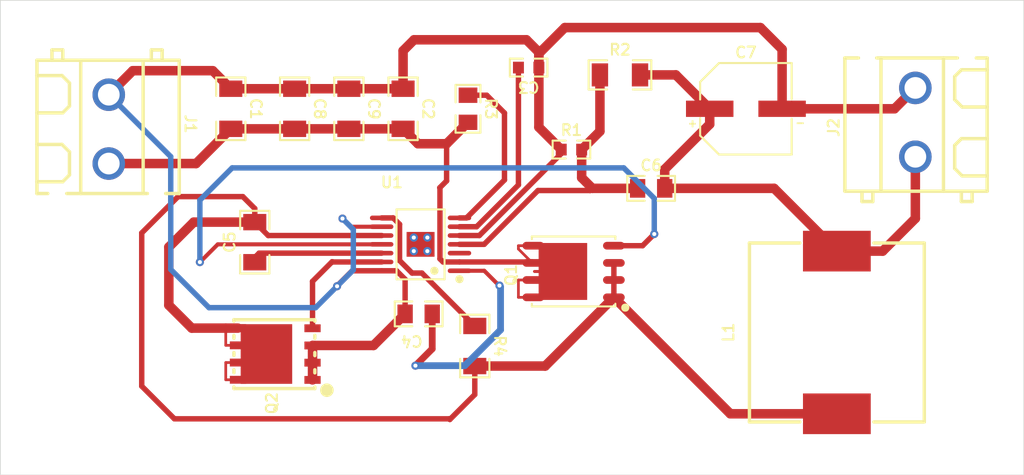
<source format=kicad_pcb>
(kicad_pcb (version 20240108) (generator "pcbnew") (generator_version "8.0")
  (layers (0 "F.Cu" signal) (31 "B.Cu" signal) (34 "B.Paste" user) (35 "F.Paste" user) (36 "B.SilkS" user "B.Silkscreen") (37 "F.SilkS" user "F.Silkscreen") (38 "B.Mask" user) (39 "F.Mask" user) (44 "Edge.Cuts" user))
  (net 0 "")
  (net 1 "GND")
  (net 2 "Net-(U1-SS)")
  (net 3 "Net-(U1-VCC)")
  (net 4 "Net-(U1-BST)")
  (net 5 "Net-(C6-Pad2)")
  (net 6 "Net-(U1-FB)")
  (net 7 "Net-(Q1-G)")
  (net 8 "Net-(Q2-G)")
  (net 9 "Net-(U1-RON)")
  (net 10 "Net-(U1-ILIM)")
  (net 12 "Net-(U1-VIN)")
  (net 13 "Net-(U1-SW)")
  (footprint "GT_Resistor:R1206" (layer "F.Cu") (at 45.71 -29.5)
    (property "Reference" "R2" (at 0 -1.85525 0) (layer "F.SilkS") (effects (font (size 0.8 0.8))))
    (property "Value" "88.7k" (hide yes))
    (fp_line (start -2.311 -1.079) (end -0.951 -1.079) (stroke (width 0.1525)) (layer "F.SilkS"))
    (fp_line (start -2.311 1.079) (end -2.311 -1.079) (stroke (width 0.1525)) (layer "F.SilkS"))
    (fp_line (start -0.951 1.079) (end -2.311 1.079) (stroke (width 0.1525)) (layer "F.SilkS"))
    (fp_line (start 0.951 1.079) (end 2.311 1.079) (stroke (width 0.1525)) (layer "F.SilkS"))
    (fp_line (start 2.311 -1.079) (end 0.951 -1.079) (stroke (width 0.1525)) (layer "F.SilkS"))
    (fp_line (start 2.311 1.079) (end 2.311 -1.079) (stroke (width 0.1525)) (layer "F.SilkS"))
    (pad "1" smd rect (at -1.479 0) (size 1.2075 1.701) (layers "F.Cu" "F.Paste" "F.Mask") (net 6 "Net-(U1-FB)"))
    (pad "2" smd rect (at 1.479 0) (size 1.2075 1.701) (layers "F.Cu" "F.Paste" "F.Mask") (net 5 "Net-(C6-Pad2)"))
  )
  (footprint "GT_Capacitor:C1206" (layer "F.Cu") (at 17 -27 -90)
    (property "Reference" "C1" (at 0 -1.85525 -90) (layer "F.SilkS") (effects (font (size 0.8 0.8))))
    (property "Value" "47uF" (hide yes))
    (fp_line (start -2.311 1.079) (end -2.311 -1.079) (stroke (width 0.1525)) (layer "F.SilkS"))
    (fp_line (start -0.951 1.079) (end -2.311 1.079) (stroke (width 0.1525)) (layer "F.SilkS"))
    (fp_line (start 0.951 1.079) (end 2.311 1.079) (stroke (width 0.1525)) (layer "F.SilkS"))
    (fp_line (start 2.311 1.079) (end 2.311 -1.079) (stroke (width 0.1525)) (layer "F.SilkS"))
    (fp_line (start -2.311 -1.079) (end -0.951 -1.079) (stroke (width 0.1525)) (layer "F.SilkS"))
    (fp_line (start 2.311 -1.079) (end 0.951 -1.079) (stroke (width 0.1525)) (layer "F.SilkS"))
    (pad "1" smd rect (at -1.479 0 270) (size 1.2075 1.701) (layers "F.Cu" "F.Paste" "F.Mask") (net 1 "GND"))
    (pad "2" smd rect (at 1.479 0 270) (size 1.2075 1.701) (layers "F.Cu" "F.Paste" "F.Mask") (net 12 "Net-(U1-VIN)"))
  )
  (footprint "GT_Capacitor:SMD,D6.3xL5.8mm" (layer "F.Cu") (at 55 -27)
    (property "Reference" "C7" (at 0 -4.15225 0) (layer "F.SilkS") (effects (font (size 0.8 0.8))))
    (property "Value" "100uF" (hide yes))
    (fp_line (start -3.376 -1.98) (end -3.376 -0.686) (stroke (width 0.1525)) (layer "F.SilkS"))
    (fp_line (start -3.376 1.981) (end -3.376 0.686) (stroke (width 0.1525)) (layer "F.SilkS"))
    (fp_line (start -1.981 3.3755) (end -3.3755 1.981) (stroke (width 0.1525)) (layer "F.SilkS"))
    (fp_line (start -1.98 -3.376) (end -3.376 -1.98) (stroke (width 0.1525)) (layer "F.SilkS"))
    (fp_line (start 3.3755 3.3755) (end -1.981 3.3755) (stroke (width 0.1525)) (layer "F.SilkS"))
    (fp_line (start 3.376 -3.376) (end -1.98 -3.376) (stroke (width 0.1525)) (layer "F.SilkS"))
    (fp_line (start 3.376 -0.7075) (end 3.376 -3.376) (stroke (width 0.1525)) (layer "F.SilkS"))
    (fp_line (start 3.376 0.7395) (end 3.376 3.3755) (stroke (width 0.1525)) (layer "F.SilkS"))
    (fp_rect (start -4.181898 1.041017) (end -3.69949 1.170017) (fill solid) (layer "F.SilkS"))
    (fp_rect (start -4 0.847517) (end -3.871 1.363517) (fill solid) (layer "F.SilkS"))
    (fp_poly (pts (xy 4.266 1) (xy 4.266 1.129) (xy 3.75 1.129) (xy 3.75 1)) (fill solid) (layer "F.SilkS"))
    (pad "1" smd rect (at -2.67 0) (size 3.5 1.2) (layers "F.Cu" "F.Paste" "F.Mask") (net 5 "Net-(C6-Pad2)"))
    (pad "2" smd rect (at 2.67 0) (size 3.5 1.2) (layers "F.Cu" "F.Paste" "F.Mask") (net 1 "GND"))
  )
  (footprint "GT_Capacitor:C0805" (layer "F.Cu") (at 30.86 -11.87 180)
    (property "Reference" "C4" (at 0.5 -2 180) (layer "F.SilkS") (effects (font (size 0.8 0.8))))
    (property "Value" "2.2uF" (hide yes))
    (fp_line (start 1.761 0.917) (end 1.761 -0.917) (stroke (width 0.1525)) (layer "F.SilkS"))
    (fp_line (start 1.761 -0.917) (end 0.476 -0.917) (stroke (width 0.1525)) (layer "F.SilkS"))
    (fp_line (start 0.476 0.917) (end 1.761 0.917) (stroke (width 0.1525)) (layer "F.SilkS"))
    (fp_line (start -0.476 0.917) (end -1.761 0.917) (stroke (width 0.1525)) (layer "F.SilkS"))
    (fp_line (start -1.761 0.917) (end -1.761 -0.917) (stroke (width 0.1525)) (layer "F.SilkS"))
    (fp_line (start -1.761 -0.917) (end -0.476 -0.917) (stroke (width 0.1525)) (layer "F.SilkS"))
    (pad "1" smd rect (at -1 0 180) (size 1.1325 1.377) (layers "F.Cu" "F.Paste" "F.Mask") (net 3 "Net-(U1-VCC)"))
    (pad "2" smd rect (at 1 0 180) (size 1.1325 1.377) (layers "F.Cu" "F.Paste" "F.Mask") (net 1 "GND"))
  )
  (footprint "GT_Resistor:R1206" (layer "F.Cu") (at 35 -9.5 -90)
    (property "Reference" "R4" (at 0 -1.85525 -90) (layer "F.SilkS") (effects (font (size 0.8 0.8))))
    (property "Value" "604R" (hide yes))
    (fp_line (start -2.311 1.079) (end -2.311 -1.079) (stroke (width 0.1525)) (layer "F.SilkS"))
    (fp_line (start -0.951 1.079) (end -2.311 1.079) (stroke (width 0.1525)) (layer "F.SilkS"))
    (fp_line (start 0.951 1.079) (end 2.311 1.079) (stroke (width 0.1525)) (layer "F.SilkS"))
    (fp_line (start 2.311 1.079) (end 2.311 -1.079) (stroke (width 0.1525)) (layer "F.SilkS"))
    (fp_line (start -2.311 -1.079) (end -0.951 -1.079) (stroke (width 0.1525)) (layer "F.SilkS"))
    (fp_line (start 2.311 -1.079) (end 0.951 -1.079) (stroke (width 0.1525)) (layer "F.SilkS"))
    (pad "1" smd rect (at -1.479 0 270) (size 1.2075 1.701) (layers "F.Cu" "F.Paste" "F.Mask") (net 10 "Net-(U1-ILIM)"))
    (pad "2" smd rect (at 1.479 0 270) (size 1.2075 1.701) (layers "F.Cu" "F.Paste" "F.Mask") (net 13 "Net-(U1-SW)"))
  )
  (footprint "GT_Connectors:ST-2P-Plugin,P=5.08mm" (layer "F.Cu") (at 8 -25.5 -90)
    (property "Reference" "J1" (at -0.381 -6.027 -90) (layer "F.SilkS") (effects (font (size 0.8 0.8))))
    (property "Value" "1x2P" (hide yes))
    (fp_line (start -5.08 5.3) (end 4.75 5.3) (stroke (width 0.254)) (layer "F.SilkS"))
    (fp_line (start -3.95 5.3) (end -3.95 3.45) (stroke (width 0.254)) (layer "F.SilkS"))
    (fp_line (start 1.13 5.3) (end 1.13 3.45) (stroke (width 0.254)) (layer "F.SilkS"))
    (fp_line (start 4.75 4.5) (end 4.75 5.29875) (stroke (width 0.254)) (layer "F.SilkS"))
    (fp_line (start -5.842 4.191) (end -5.08 4.191) (stroke (width 0.254)) (layer "F.SilkS"))
    (fp_line (start -3.95 3.45) (end -3.4 2.9) (stroke (width 0.254)) (layer "F.SilkS"))
    (fp_line (start 1.13 3.45) (end 1.68 2.9) (stroke (width 0.254)) (layer "F.SilkS"))
    (fp_line (start -1.2 3.4) (end -1.2 5.3) (stroke (width 0.254)) (layer "F.SilkS"))
    (fp_line (start 3.88 3.4) (end 3.88 5.3) (stroke (width 0.254)) (layer "F.SilkS"))
    (fp_line (start -5.842 3.3935) (end -5.842 4.191) (stroke (width 0.254)) (layer "F.SilkS"))
    (fp_line (start -5.08 3.3935) (end -5.842 3.3935) (stroke (width 0.254)) (layer "F.SilkS"))
    (fp_line (start -3.4 2.9) (end -1.7 2.9) (stroke (width 0.254)) (layer "F.SilkS"))
    (fp_line (start -1.7 2.9) (end -1.2 3.4) (stroke (width 0.254)) (layer "F.SilkS"))
    (fp_line (start 1.68 2.9) (end 3.38 2.9) (stroke (width 0.254)) (layer "F.SilkS"))
    (fp_line (start 3.38 2.9) (end 3.88 3.4) (stroke (width 0.254)) (layer "F.SilkS"))
    (fp_line (start -5.08 2.073) (end 4.75 2.073) (stroke (width 0.254)) (layer "F.SilkS"))
    (fp_line (start -5.08 -2.5365) (end 4.75 -2.5365) (stroke (width 0.254)) (layer "F.SilkS"))
    (fp_line (start 4.75 -2.85) (end 4.75 3.1) (stroke (width 0.254)) (layer "F.SilkS"))
    (fp_line (start -5.842 -3.1395) (end -5.08 -3.1395) (stroke (width 0.254)) (layer "F.SilkS"))
    (fp_line (start -5.842 -3.937) (end -5.842 -3.1395) (stroke (width 0.254)) (layer "F.SilkS"))
    (fp_line (start -5.08 -3.937) (end -5.842 -3.937) (stroke (width 0.254)) (layer "F.SilkS"))
    (fp_line (start 4.75 -5.19875) (end 4.75 -4.2) (stroke (width 0.254)) (layer "F.SilkS"))
    (fp_line (start -5.08 -5.2) (end -5.08 5.3) (stroke (width 0.254)) (layer "F.SilkS"))
    (fp_line (start -5.08 -5.2) (end 4.75 -5.2) (stroke (width 0.254)) (layer "F.SilkS"))
    (pad "1" thru_hole circle (at -2.54 0 270) (size 2.4 2.4) (drill 1.6) (layers "*.Cu" "*.Mask") (net 1 "GND"))
    (pad "2" thru_hole circle (at 2.54 0 270) (size 2.4 2.4) (drill 1.6) (layers "*.Cu" "*.Mask") (net 12 "Net-(U1-VIN)"))
  )
  (footprint "GT_Capacitor:C1206" (layer "F.Cu") (at 29.71 -27 -90)
    (property "Reference" "C2" (at 0 -1.85525 -90) (layer "F.SilkS") (effects (font (size 0.8 0.8))))
    (property "Value" "100nF" (hide yes))
    (fp_line (start -2.311 1.079) (end -2.311 -1.079) (stroke (width 0.1525)) (layer "F.SilkS"))
    (fp_line (start -0.951 1.079) (end -2.311 1.079) (stroke (width 0.1525)) (layer "F.SilkS"))
    (fp_line (start 0.951 1.079) (end 2.311 1.079) (stroke (width 0.1525)) (layer "F.SilkS"))
    (fp_line (start 2.311 1.079) (end 2.311 -1.079) (stroke (width 0.1525)) (layer "F.SilkS"))
    (fp_line (start -2.311 -1.079) (end -0.951 -1.079) (stroke (width 0.1525)) (layer "F.SilkS"))
    (fp_line (start 2.311 -1.079) (end 0.951 -1.079) (stroke (width 0.1525)) (layer "F.SilkS"))
    (pad "1" smd rect (at -1.479 0 270) (size 1.2075 1.701) (layers "F.Cu" "F.Paste" "F.Mask") (net 1 "GND"))
    (pad "2" smd rect (at 1.479 0 270) (size 1.2075 1.701) (layers "F.Cu" "F.Paste" "F.Mask") (net 12 "Net-(U1-VIN)"))
  )
  (footprint "easyeda2kicad:DFN-8_L5.8-W4.9-P1.27-LS6.0-BL-1" (layer "F.Cu") (at 20.28 -8.91 90)
    (property "Reference" "Q2" (at -3.63 -0.25 -90) (layer "F.SilkS") (effects (font (size 0.8 0.8))))
    (property "Value" "CSD17581Q5A")
    (fp_line (start 2.53 -3.05) (end 2.53 2.92) (stroke (width 0.25)) (layer "F.SilkS"))
    (fp_line (start 2.42 -3.05) (end 2.53 -3.05) (stroke (width 0.25)) (layer "F.SilkS"))
    (fp_line (start 1.16 -3.05) (end 1.37 -3.05) (stroke (width 0.25)) (layer "F.SilkS"))
    (fp_line (start -0.11 -3.05) (end 0.11 -3.05) (stroke (width 0.25)) (layer "F.SilkS"))
    (fp_line (start -1.38 -3.05) (end -1.16 -3.05) (stroke (width 0.25)) (layer "F.SilkS"))
    (fp_line (start -2.55 -3.05) (end -2.43 -3.05) (stroke (width 0.25)) (layer "F.SilkS"))
    (fp_line (start 2.53 2.92) (end 2.42 2.92) (stroke (width 0.25)) (layer "F.SilkS"))
    (fp_line (start 1.38 2.92) (end 1.15 2.92) (stroke (width 0.25)) (layer "F.SilkS"))
    (fp_line (start 0.11 2.92) (end -0.12 2.92) (stroke (width 0.25)) (layer "F.SilkS"))
    (fp_line (start -1.16 2.92) (end -1.39 2.92) (stroke (width 0.25)) (layer "F.SilkS"))
    (fp_line (start -2.43 2.92) (end -2.55 2.92) (stroke (width 0.25)) (layer "F.SilkS"))
    (fp_line (start -2.55 2.92) (end -2.55 -3.05) (stroke (width 0.25)) (layer "F.SilkS"))
    (fp_arc (start -2.67 3.81) (mid -2.67 3.81) (end -2.67 3.81) (stroke (width 0.5)) (layer "F.SilkS"))
    (pad "1" smd rect (at -1.91 2.75 270) (size 0.58 1.2) (layers "F.Cu" "F.Paste" "F.Mask") (net 1 "GND"))
    (pad "2" smd rect (at -0.64 2.75 270) (size 0.58 1.2) (layers "F.Cu" "F.Paste" "F.Mask") (net 1 "GND"))
    (pad "3" smd rect (at 0.63 2.75 270) (size 0.58 1.2) (layers "F.Cu" "F.Paste" "F.Mask") (net 1 "GND"))
    (pad "4" smd rect (at 1.9 2.75 270) (size 0.58 1.2) (layers "F.Cu" "F.Paste" "F.Mask") (net 8 "Net-(Q2-G)"))
    (pad "5" smd rect (at 1.91 -2.75 90) (size 0.58 1.2) (layers "F.Cu" "F.Paste" "F.Mask") (net 13 "Net-(U1-SW)"))
    (pad "6" smd rect (at 0.64 -2.75 90) (size 0.58 1.2) (layers "F.Cu" "F.Paste" "F.Mask") (net 13 "Net-(U1-SW)"))
    (pad "7" smd rect (at -0.63 -2.75 90) (size 0.58 1.2) (layers "F.Cu" "F.Paste" "F.Mask") (net 13 "Net-(U1-SW)"))
    (pad "8" smd rect (at -1.9 -2.75 90) (size 0.58 1.2) (layers "F.Cu" "F.Paste" "F.Mask") (net 13 "Net-(U1-SW)"))
    (pad "9" smd rect (at 0 -0.65 90) (size 4.4 3.8) (layers "F.Cu" "F.Paste" "F.Mask") (net 13 "Net-(U1-SW)"))
  )
  (footprint "easyeda2kicad:PQFN-8_L5.8-W4.9-P1.27-LS6.0-BL" (layer "F.Cu") (at 42.29 -15 90)
    (property "Reference" "Q1" (at -0.26 -4.61 -90) (layer "F.SilkS") (effects (font (size 0.8 0.8))))
    (property "Value" "CSD16342Q5A")
    (fp_line (start 2.58 -3.08) (end 2.58 -3.08) (stroke (width 0.15)) (layer "F.SilkS"))
    (fp_line (start 2.58 -3.08) (end 2.38 -3.08) (stroke (width 0.15)) (layer "F.SilkS"))
    (fp_line (start -2.58 -3.08) (end -2.38 -3.08) (stroke (width 0.15)) (layer "F.SilkS"))
    (fp_line (start -2.58 -3.08) (end -2.58 -3.08) (stroke (width 0.15)) (layer "F.SilkS"))
    (fp_line (start 2.58 3.08) (end 2.58 -3.08) (stroke (width 0.15)) (layer "F.SilkS"))
    (fp_line (start 2.58 3.08) (end 2.58 3.08) (stroke (width 0.15)) (layer "F.SilkS"))
    (fp_line (start 2.38 3.08) (end 2.58 3.08) (stroke (width 0.15)) (layer "F.SilkS"))
    (fp_line (start -2.38 3.08) (end -2.58 3.08) (stroke (width 0.15)) (layer "F.SilkS"))
    (fp_line (start -2.58 3.08) (end -2.58 -3.08) (stroke (width 0.15)) (layer "F.SilkS"))
    (fp_line (start -2.58 3.08) (end -2.58 3.08) (stroke (width 0.15)) (layer "F.SilkS"))
    (fp_circle (center -2.67 3.81) (end -2.52 3.81) (stroke (width 0.3)) (fill none) (layer "F.SilkS"))
    (pad "1" smd oval (at -1.91 2.97 90) (size 0.57 1.6) (layers "F.Cu" "F.Paste" "F.Mask") (net 13 "Net-(U1-SW)"))
    (pad "2" smd oval (at -0.63 2.97 90) (size 0.57 1.6) (layers "F.Cu" "F.Paste" "F.Mask") (net 13 "Net-(U1-SW)"))
    (pad "3" smd oval (at 0.63 2.97 90) (size 0.57 1.6) (layers "F.Cu" "F.Paste" "F.Mask") (net 13 "Net-(U1-SW)"))
    (pad "4" smd oval (at 1.9 2.97 90) (size 0.57 1.6) (layers "F.Cu" "F.Paste" "F.Mask") (net 7 "Net-(Q1-G)"))
    (pad "5" smd oval (at 1.9 -2.97 90) (size 0.57 1.6) (layers "F.Cu" "F.Paste" "F.Mask") (net 12 "Net-(U1-VIN)"))
    (pad "6" smd oval (at 0.63 -2.97 90) (size 0.57 1.6) (layers "F.Cu" "F.Paste" "F.Mask") (net 12 "Net-(U1-VIN)"))
    (pad "7" smd oval (at -0.63 -2.97 90) (size 0.57 1.6) (layers "F.Cu" "F.Paste" "F.Mask") (net 12 "Net-(U1-VIN)"))
    (pad "8" smd oval (at -1.91 -2.97 90) (size 0.57 1.6) (layers "F.Cu" "F.Paste" "F.Mask") (net 12 "Net-(U1-VIN)"))
    (pad "9" smd rect (at 0 -0.79 90) (size 4.2 3.58) (layers "F.Cu" "F.Paste" "F.Mask") (net 12 "Net-(U1-VIN)"))
  )
  (footprint "GT_Capacitor:C1206" (layer "F.Cu") (at 18.77 -17.16 90)
    (property "Reference" "C5" (at 0 -1.85525 90) (layer "F.SilkS") (effects (font (size 0.8 0.8))))
    (property "Value" "470nF" (hide yes))
    (fp_line (start 2.311 -1.079) (end 0.951 -1.079) (stroke (width 0.1525)) (layer "F.SilkS"))
    (fp_line (start -2.311 -1.079) (end -0.951 -1.079) (stroke (width 0.1525)) (layer "F.SilkS"))
    (fp_line (start 2.311 1.079) (end 2.311 -1.079) (stroke (width 0.1525)) (layer "F.SilkS"))
    (fp_line (start 0.951 1.079) (end 2.311 1.079) (stroke (width 0.1525)) (layer "F.SilkS"))
    (fp_line (start -0.951 1.079) (end -2.311 1.079) (stroke (width 0.1525)) (layer "F.SilkS"))
    (fp_line (start -2.311 1.079) (end -2.311 -1.079) (stroke (width 0.1525)) (layer "F.SilkS"))
    (pad "1" smd rect (at -1.479 0 90) (size 1.2075 1.701) (layers "F.Cu" "F.Paste" "F.Mask") (net 4 "Net-(U1-BST)"))
    (pad "2" smd rect (at 1.479 0 90) (size 1.2075 1.701) (layers "F.Cu" "F.Paste" "F.Mask") (net 13 "Net-(U1-SW)"))
  )
  (footprint "GT_Capacitor:C1206" (layer "F.Cu") (at 25.71 -27 -90)
    (property "Reference" "C9" (at 0 -1.85525 -90) (layer "F.SilkS") (effects (font (size 0.8 0.8))))
    (property "Value" "47uF" (hide yes))
    (fp_line (start -2.311 1.079) (end -2.311 -1.079) (stroke (width 0.1525)) (layer "F.SilkS"))
    (fp_line (start -0.951 1.079) (end -2.311 1.079) (stroke (width 0.1525)) (layer "F.SilkS"))
    (fp_line (start 0.951 1.079) (end 2.311 1.079) (stroke (width 0.1525)) (layer "F.SilkS"))
    (fp_line (start 2.311 1.079) (end 2.311 -1.079) (stroke (width 0.1525)) (layer "F.SilkS"))
    (fp_line (start -2.311 -1.079) (end -0.951 -1.079) (stroke (width 0.1525)) (layer "F.SilkS"))
    (fp_line (start 2.311 -1.079) (end 0.951 -1.079) (stroke (width 0.1525)) (layer "F.SilkS"))
    (pad "1" smd rect (at -1.479 0 270) (size 1.2075 1.701) (layers "F.Cu" "F.Paste" "F.Mask") (net 1 "GND"))
    (pad "2" smd rect (at 1.479 0 270) (size 1.2075 1.701) (layers "F.Cu" "F.Paste" "F.Mask") (net 12 "Net-(U1-VIN)"))
  )
  (footprint "GT_Resistor:R0603" (layer "F.Cu") (at 42.13 -23.99)
    (property "Reference" "R1" (at 0 -1.43675 0) (layer "F.SilkS") (effects (font (size 0.8 0.8))))
    (property "Value" "9.76k" (hide yes))
    (fp_line (start -1.385 -0.6605) (end -0.426 -0.6605) (stroke (width 0.1525)) (layer "F.SilkS"))
    (fp_line (start -1.385 0.6605) (end -1.385 -0.6605) (stroke (width 0.1525)) (layer "F.SilkS"))
    (fp_line (start -0.426 0.6605) (end -1.385 0.6605) (stroke (width 0.1525)) (layer "F.SilkS"))
    (fp_line (start 0.426 0.6605) (end 1.385 0.6605) (stroke (width 0.1525)) (layer "F.SilkS"))
    (fp_line (start 1.385 -0.6605) (end 0.426 -0.6605) (stroke (width 0.1525)) (layer "F.SilkS"))
    (fp_line (start 1.385 0.6605) (end 1.385 -0.6605) (stroke (width 0.1525)) (layer "F.SilkS"))
    (pad "1" smd rect (at -0.7535 0) (size 0.8065 0.864) (layers "F.Cu" "F.Paste" "F.Mask") (net 1 "GND"))
    (pad "2" smd rect (at 0.7535 0) (size 0.8065 0.864) (layers "F.Cu" "F.Paste" "F.Mask") (net 6 "Net-(U1-FB)"))
  )
  (footprint "easyeda2kicad:HTSSOP-14_L5.0-W4.4-P0.65-LS6.4-BL-EP" (layer "F.Cu") (at 31 -17 90)
    (property "Reference" "U1" (at 4.57 -2.12 0) (layer "F.SilkS") (effects (font (size 0.8 0.8))))
    (property "Value" "LM3150MHX")
    (fp_line (start 2.58 -1.77) (end 2.58 1.77) (stroke (width 0.15)) (layer "F.SilkS"))
    (fp_line (start -2.58 -1.77) (end 2.58 -1.77) (stroke (width 0.15)) (layer "F.SilkS"))
    (fp_line (start 2.58 1.77) (end -2.58 1.77) (stroke (width 0.15)) (layer "F.SilkS"))
    (fp_line (start -2.58 1.77) (end -2.58 -1.77) (stroke (width 0.15)) (layer "F.SilkS"))
    (fp_circle (center -1.95 1.02) (end -1.8 1.02) (stroke (width 0.3)) (fill none) (layer "F.SilkS"))
    (fp_circle (center -2.57 2.87) (end -2.42 2.87) (stroke (width 0.3)) (fill none) (layer "F.SilkS"))
    (pad "" thru_hole circle (at -0.5 -0.5 90) (size 0.61 0.61) (drill 0.3) (layers "*.Cu" "*.Paste" "*.Mask") (net 1 "GND"))
    (pad "" thru_hole circle (at -0.5 0.5 90) (size 0.61 0.61) (drill 0.3) (layers "*.Cu" "*.Paste" "*.Mask") (net 1 "GND"))
    (pad "" thru_hole circle (at 0.5 -0.5 90) (size 0.61 0.61) (drill 0.3) (layers "*.Cu" "*.Paste" "*.Mask") (net 1 "GND"))
    (pad "" thru_hole circle (at 0.5 0.5 90) (size 0.61 0.61) (drill 0.3) (layers "*.Cu" "*.Paste" "*.Mask") (net 1 "GND"))
    (pad "1" smd oval (at -1.95 2.87 90) (size 0.34 1.73) (layers "F.Cu" "F.Paste" "F.Mask") (net 3 "Net-(U1-VCC)"))
    (pad "2" smd oval (at -1.3 2.87 90) (size 0.34 1.73) (layers "F.Cu" "F.Paste" "F.Mask") (net 12 "Net-(U1-VIN)"))
    (pad "3" smd oval (at -0.65 2.87 90) (size 0.34 1.73) (layers "F.Cu" "F.Paste" "F.Mask"))
    (pad "4" smd oval (at 0 2.87 90) (size 0.34 1.73) (layers "F.Cu" "F.Paste" "F.Mask") (net 6 "Net-(U1-FB)"))
    (pad "5" smd oval (at 0.65 2.87 90) (size 0.34 1.73) (layers "F.Cu" "F.Paste" "F.Mask") (net 1 "GND"))
    (pad "6" smd oval (at 1.3 2.87 90) (size 0.34 1.73) (layers "F.Cu" "F.Paste" "F.Mask") (net 2 "Net-(U1-SS)"))
    (pad "7" smd oval (at 1.95 2.87 90) (size 0.34 1.73) (layers "F.Cu" "F.Paste" "F.Mask") (net 9 "Net-(U1-RON)"))
    (pad "8" smd oval (at 1.95 -2.87 90) (size 0.34 1.73) (layers "F.Cu" "F.Paste" "F.Mask") (net 10 "Net-(U1-ILIM)"))
    (pad "9" smd oval (at 1.3 -2.87 90) (size 0.34 1.73) (layers "F.Cu" "F.Paste" "F.Mask") (net 1 "GND"))
    (pad "10" smd oval (at 0.65 -2.87 90) (size 0.34 1.73) (layers "F.Cu" "F.Paste" "F.Mask") (net 13 "Net-(U1-SW)"))
    (pad "11" smd oval (at 0 -2.87 90) (size 0.34 1.73) (layers "F.Cu" "F.Paste" "F.Mask") (net 7 "Net-(Q1-G)"))
    (pad "12" smd oval (at -0.65 -2.87 90) (size 0.34 1.73) (layers "F.Cu" "F.Paste" "F.Mask") (net 4 "Net-(U1-BST)"))
    (pad "13" smd oval (at -1.3 -2.87 90) (size 0.34 1.73) (layers "F.Cu" "F.Paste" "F.Mask") (net 8 "Net-(Q2-G)"))
    (pad "14" smd oval (at -1.95 -2.87 90) (size 0.34 1.73) (layers "F.Cu" "F.Paste" "F.Mask") (net 1 "GND"))
    (pad "15" smd rect (at 0 0 90) (size 1.83 2.06) (layers "F.Cu" "F.Paste" "F.Mask") (net 1 "GND"))
  )
  (footprint "GT_Connectors:ST-2P-Plugin,P=5.08mm" (layer "F.Cu") (at 67.5 -26 90)
    (property "Reference" "J2" (at -0.381 -6.027 90) (layer "F.SilkS") (effects (font (size 0.8 0.8))))
    (property "Value" "1x2P" (hide yes))
    (fp_line (start -5.08 -5.2) (end 4.75 -5.2) (stroke (width 0.254)) (layer "F.SilkS"))
    (fp_line (start -5.08 -5.2) (end -5.08 5.3) (stroke (width 0.254)) (layer "F.SilkS"))
    (fp_line (start 4.75 -5.19875) (end 4.75 -4.2) (stroke (width 0.254)) (layer "F.SilkS"))
    (fp_line (start -5.08 -3.937) (end -5.842 -3.937) (stroke (width 0.254)) (layer "F.SilkS"))
    (fp_line (start -5.842 -3.937) (end -5.842 -3.1395) (stroke (width 0.254)) (layer "F.SilkS"))
    (fp_line (start -5.842 -3.1395) (end -5.08 -3.1395) (stroke (width 0.254)) (layer "F.SilkS"))
    (fp_line (start 4.75 -2.85) (end 4.75 3.1) (stroke (width 0.254)) (layer "F.SilkS"))
    (fp_line (start -5.08 -2.5365) (end 4.75 -2.5365) (stroke (width 0.254)) (layer "F.SilkS"))
    (fp_line (start -5.08 2.073) (end 4.75 2.073) (stroke (width 0.254)) (layer "F.SilkS"))
    (fp_line (start 3.38 2.9) (end 3.88 3.4) (stroke (width 0.254)) (layer "F.SilkS"))
    (fp_line (start 1.68 2.9) (end 3.38 2.9) (stroke (width 0.254)) (layer "F.SilkS"))
    (fp_line (start -1.7 2.9) (end -1.2 3.4) (stroke (width 0.254)) (layer "F.SilkS"))
    (fp_line (start -3.4 2.9) (end -1.7 2.9) (stroke (width 0.254)) (layer "F.SilkS"))
    (fp_line (start -5.08 3.3935) (end -5.842 3.3935) (stroke (width 0.254)) (layer "F.SilkS"))
    (fp_line (start -5.842 3.3935) (end -5.842 4.191) (stroke (width 0.254)) (layer "F.SilkS"))
    (fp_line (start 3.88 3.4) (end 3.88 5.3) (stroke (width 0.254)) (layer "F.SilkS"))
    (fp_line (start -1.2 3.4) (end -1.2 5.3) (stroke (width 0.254)) (layer "F.SilkS"))
    (fp_line (start 1.13 3.45) (end 1.68 2.9) (stroke (width 0.254)) (layer "F.SilkS"))
    (fp_line (start -3.95 3.45) (end -3.4 2.9) (stroke (width 0.254)) (layer "F.SilkS"))
    (fp_line (start -5.842 4.191) (end -5.08 4.191) (stroke (width 0.254)) (layer "F.SilkS"))
    (fp_line (start 4.75 4.5) (end 4.75 5.29875) (stroke (width 0.254)) (layer "F.SilkS"))
    (fp_line (start 1.13 5.3) (end 1.13 3.45) (stroke (width 0.254)) (layer "F.SilkS"))
    (fp_line (start -3.95 5.3) (end -3.95 3.45) (stroke (width 0.254)) (layer "F.SilkS"))
    (fp_line (start -5.08 5.3) (end 4.75 5.3) (stroke (width 0.254)) (layer "F.SilkS"))
    (pad "1" thru_hole circle (at -2.54 0 90) (size 2.4 2.4) (drill 1.6) (layers "*.Cu" "*.Mask") (net 5 "Net-(C6-Pad2)"))
    (pad "2" thru_hole circle (at 2.54 0 90) (size 2.4 2.4) (drill 1.6) (layers "*.Cu" "*.Mask") (net 1 "GND"))
  )
  (footprint "easyeda2kicad:IND-SMD_L13.2-W12.9_MMD-12FD" (layer "F.Cu") (at 61.71 -10.5 90)
    (property "Reference" "L1" (at 0 -8 -90) (layer "F.SilkS") (effects (font (size 0.8 0.8))))
    (property "Value" "2.2uH")
    (fp_line (start -6.6 -6.45) (end 6.6 -6.45) (stroke (width 0.25)) (layer "F.SilkS"))
    (fp_line (start 6.6 -2.73) (end 6.6 -6.45) (stroke (width 0.25)) (layer "F.SilkS"))
    (fp_line (start -6.6 -2.73) (end -6.6 -6.45) (stroke (width 0.25)) (layer "F.SilkS"))
    (fp_line (start 6.6 6.45) (end 6.6 2.73) (stroke (width 0.25)) (layer "F.SilkS"))
    (fp_line (start 6.6 6.45) (end -6.6 6.45) (stroke (width 0.25)) (layer "F.SilkS"))
    (fp_line (start -6.6 6.45) (end -6.6 2.73) (stroke (width 0.25)) (layer "F.SilkS"))
    (pad "1" smd rect (at -6 0 90) (size 3 5) (layers "F.Cu" "F.Paste" "F.Mask") (net 13 "Net-(U1-SW)"))
    (pad "2" smd rect (at 6 0 90) (size 3 5) (layers "F.Cu" "F.Paste" "F.Mask") (net 5 "Net-(C6-Pad2)"))
  )
  (footprint "GT_Capacitor:C0603" (layer "F.Cu") (at 38.9735 -30.04 180)
    (property "Reference" "C3" (at 0 -1.43675 180) (layer "F.SilkS") (effects (font (size 0.8 0.8))))
    (property "Value" "15nF" (hide yes))
    (fp_line (start 1.385 0.6605) (end 1.385 -0.6605) (stroke (width 0.1525)) (layer "F.SilkS"))
    (fp_line (start 1.385 -0.6605) (end 0.426 -0.6605) (stroke (width 0.1525)) (layer "F.SilkS"))
    (fp_line (start 0.426 0.6605) (end 1.385 0.6605) (stroke (width 0.1525)) (layer "F.SilkS"))
    (fp_line (start -0.426 0.6605) (end -1.385 0.6605) (stroke (width 0.1525)) (layer "F.SilkS"))
    (fp_line (start -1.385 0.6605) (end -1.385 -0.6605) (stroke (width 0.1525)) (layer "F.SilkS"))
    (fp_line (start -1.385 -0.6605) (end -0.426 -0.6605) (stroke (width 0.1525)) (layer "F.SilkS"))
    (pad "1" smd rect (at -0.7535 0 180) (size 0.8065 0.864) (layers "F.Cu" "F.Paste" "F.Mask") (net 1 "GND"))
    (pad "2" smd rect (at 0.7535 0 180) (size 0.8065 0.864) (layers "F.Cu" "F.Paste" "F.Mask") (net 2 "Net-(U1-SS)"))
  )
  (footprint "GT_Capacitor:C1206" (layer "F.Cu") (at 21.71 -27 -90)
    (property "Reference" "C8" (at 0 -1.85525 -90) (layer "F.SilkS") (effects (font (size 0.8 0.8))))
    (property "Value" "47uF" (hide yes))
    (fp_line (start -2.311 1.079) (end -2.311 -1.079) (stroke (width 0.1525)) (layer "F.SilkS"))
    (fp_line (start -0.951 1.079) (end -2.311 1.079) (stroke (width 0.1525)) (layer "F.SilkS"))
    (fp_line (start 0.951 1.079) (end 2.311 1.079) (stroke (width 0.1525)) (layer "F.SilkS"))
    (fp_line (start 2.311 1.079) (end 2.311 -1.079) (stroke (width 0.1525)) (layer "F.SilkS"))
    (fp_line (start -2.311 -1.079) (end -0.951 -1.079) (stroke (width 0.1525)) (layer "F.SilkS"))
    (fp_line (start 2.311 -1.079) (end 0.951 -1.079) (stroke (width 0.1525)) (layer "F.SilkS"))
    (pad "1" smd rect (at -1.479 0 270) (size 1.2075 1.701) (layers "F.Cu" "F.Paste" "F.Mask") (net 1 "GND"))
    (pad "2" smd rect (at 1.479 0 270) (size 1.2075 1.701) (layers "F.Cu" "F.Paste" "F.Mask") (net 12 "Net-(U1-VIN)"))
  )
  (footprint "GT_Resistor:R0805" (layer "F.Cu") (at 34.5 -27 -90)
    (property "Reference" "R3" (at 0 -1.69325 -90) (layer "F.SilkS") (effects (font (size 0.8 0.8))))
    (property "Value" "121K" (hide yes))
    (fp_line (start -1.761 0.917) (end -1.761 -0.917) (stroke (width 0.1525)) (layer "F.SilkS"))
    (fp_line (start -0.476 0.917) (end -1.761 0.917) (stroke (width 0.1525)) (layer "F.SilkS"))
    (fp_line (start 0.476 0.917) (end 1.761 0.917) (stroke (width 0.1525)) (layer "F.SilkS"))
    (fp_line (start 1.761 0.917) (end 1.761 -0.917) (stroke (width 0.1525)) (layer "F.SilkS"))
    (fp_line (start -1.761 -0.917) (end -0.476 -0.917) (stroke (width 0.1525)) (layer "F.SilkS"))
    (fp_line (start 1.761 -0.917) (end 0.476 -0.917) (stroke (width 0.1525)) (layer "F.SilkS"))
    (pad "1" smd rect (at -1 0 270) (size 1.1325 1.377) (layers "F.Cu" "F.Paste" "F.Mask") (net 9 "Net-(U1-RON)"))
    (pad "2" smd rect (at 1 0 270) (size 1.1325 1.377) (layers "F.Cu" "F.Paste" "F.Mask") (net 12 "Net-(U1-VIN)"))
  )
  (footprint "GT_Capacitor:C0805" (layer "F.Cu") (at 48.01 -21.13)
    (property "Reference" "C6" (at 0 -1.69325 0) (layer "F.SilkS") (effects (font (size 0.8 0.8))))
    (property "Value" "180pF" (hide yes))
    (fp_line (start -1.761 -0.917) (end -0.476 -0.917) (stroke (width 0.1525)) (layer "F.SilkS"))
    (fp_line (start -1.761 0.917) (end -1.761 -0.917) (stroke (width 0.1525)) (layer "F.SilkS"))
    (fp_line (start -0.476 0.917) (end -1.761 0.917) (stroke (width 0.1525)) (layer "F.SilkS"))
    (fp_line (start 0.476 0.917) (end 1.761 0.917) (stroke (width 0.1525)) (layer "F.SilkS"))
    (fp_line (start 1.761 -0.917) (end 0.476 -0.917) (stroke (width 0.1525)) (layer "F.SilkS"))
    (fp_line (start 1.761 0.917) (end 1.761 -0.917) (stroke (width 0.1525)) (layer "F.SilkS"))
    (pad "1" smd rect (at -1 0) (size 1.1325 1.377) (layers "F.Cu" "F.Paste" "F.Mask") (net 6 "Net-(U1-FB)"))
    (pad "2" smd rect (at 1 0) (size 1.1325 1.377) (layers "F.Cu" "F.Paste" "F.Mask") (net 5 "Net-(C6-Pad2)"))
  )
  (gr_rect (start 0 -35) (end 75.5 0) (stroke (width 0.05)) (fill none) (layer "Edge.Cuts"))
  (segment (start 29.86 -11.87) (end 27.53 -9.54) (width 0.7) (layer "F.Cu") (net 1))
  (segment (start 29.71 -31.28) (end 30.52 -32.09) (width 0.7) (layer "F.Cu") (net 1))
  (segment (start 23.03 -9.54) (end 23.03 -8.27) (width 0.7) (layer "F.Cu") (net 1))
  (segment (start 35.3335 -17.65) (end 41.3765 -23.693) (width 0.4) (layer "F.Cu") (net 1))
  (segment (start 27.53 -9.54) (end 23.03 -9.54) (width 0.7) (layer "F.Cu") (net 1))
  (segment (start 41.3765 -23.693) (end 41.3765 -23.99) (width 0.4) (layer "F.Cu") (net 1))
  (segment (start 38.809 -32.09) (end 39.727 -31.172) (width 0.7) (layer "F.Cu") (net 1))
  (segment (start 8 -28.04) (end 9.77 -29.81) (width 0.7) (layer "F.Cu") (net 1))
  (segment (start 24.82 -13.91) (end 24.77 -13.86) (width 0.4) (layer "F.Cu") (net 1))
  (segment (start 28.13 -15.05) (end 25.96 -15.05) (width 0.4) (layer "F.Cu") (net 1))
  (segment (start 29.86 -14.42) (end 29.86 -11.87) (width 0.4) (layer "F.Cu") (net 1))
  (segment (start 39.727 -31.172) (end 39.727 -31.077) (width 0.7) (layer "F.Cu") (net 1))
  (segment (start 29.23 -15.05) (end 29.86 -14.42) (width 0.4) (layer "F.Cu") (net 1))
  (segment (start 25.96 -15.05) (end 24.84 -13.93) (width 0.4) (layer "F.Cu") (net 1))
  (segment (start 25.25 -18.9) (end 25.24 -18.9) (width 0.3) (layer "F.Cu") (net 1))
  (segment (start 56.07 -32.99) (end 57.67 -31.39) (width 0.7) (layer "F.Cu") (net 1))
  (segment (start 17 -28.479) (end 21.71 -28.479) (width 0.7) (layer "F.Cu") (net 1))
  (segment (start 29.71 -28.479) (end 29.71 -31.28) (width 0.7) (layer "F.Cu") (net 1))
  (segment (start 25.85 -18.3) (end 25.25 -18.9) (width 0.3) (layer "F.Cu") (net 1))
  (segment (start 41.64 -32.99) (end 56.07 -32.99) (width 0.7) (layer "F.Cu") (net 1))
  (segment (start 57.67 -31.39) (end 57.67 -27) (width 0.7) (layer "F.Cu") (net 1))
  (segment (start 39.727 -30.04) (end 39.727 -31.077) (width 0.7) (layer "F.Cu") (net 1))
  (segment (start 24.84 -13.93) (end 24.84 -13.91) (width 0.4) (layer "F.Cu") (net 1))
  (segment (start 65.96 -27) (end 67.5 -28.54) (width 0.7) (layer "F.Cu") (net 1))
  (segment (start 39.727 -30.04) (end 39.727 -25.6395) (width 0.7) (layer "F.Cu") (net 1))
  (segment (start 57.67 -27) (end 65.96 -27) (width 0.7) (layer "F.Cu") (net 1))
  (segment (start 39.727 -31.077) (end 39.727 -30.04) (width 0.7) (layer "F.Cu") (net 1))
  (segment (start 39.727 -25.6395) (end 41.3765 -23.99) (width 0.7) (layer "F.Cu") (net 1))
  (segment (start 21.71 -28.479) (end 25.71 -28.479) (width 0.7) (layer "F.Cu") (net 1))
  (segment (start 25.24 -18.91) (end 25.19 -18.96) (width 0.3) (layer "F.Cu") (net 1))
  (segment (start 39.727 -31.077) (end 41.64 -32.99) (width 0.7) (layer "F.Cu") (net 1))
  (segment (start 28.13 -15.05) (end 29.23 -15.05) (width 0.4) (layer "F.Cu") (net 1))
  (segment (start 24.84 -13.91) (end 24.82 -13.91) (width 0.4) (layer "F.Cu") (net 1))
  (segment (start 28.13 -18.3) (end 25.85 -18.3) (width 0.3) (layer "F.Cu") (net 1))
  (segment (start 25.71 -28.479) (end 29.71 -28.479) (width 0.7) (layer "F.Cu") (net 1))
  (segment (start 33.87 -17.65) (end 35.3335 -17.65) (width 0.4) (layer "F.Cu") (net 1))
  (segment (start 25.24 -18.9) (end 25.24 -18.91) (width 0.3) (layer "F.Cu") (net 1))
  (segment (start 15.669 -29.81) (end 17 -28.479) (width 0.7) (layer "F.Cu") (net 1))
  (segment (start 23.03 -8.27) (end 23.03 -7) (width 0.7) (layer "F.Cu") (net 1))
  (segment (start 9.77 -29.81) (end 15.669 -29.81) (width 0.7) (layer "F.Cu") (net 1))
  (segment (start 30.52 -32.09) (end 38.809 -32.09) (width 0.7) (layer "F.Cu") (net 1))
  (via (at 24.84 -13.91) (size 0.6) (drill 0.3) (layers "F.Cu" "B.Cu") (net 1))
  (via (at 25.24 -18.9) (size 0.6) (drill 0.3) (layers "F.Cu" "B.Cu") (net 1))
  (segment (start 23.26 -12.33) (end 24.84 -13.91) (width 0.4) (layer "B.Cu") (net 1))
  (segment (start 15.39 -12.33) (end 23.26 -12.33) (width 0.4) (layer "B.Cu") (net 1))
  (segment (start 12.57 -15.15) (end 15.39 -12.33) (width 0.4) (layer "B.Cu") (net 1))
  (segment (start 12.57 -23.47) (end 12.57 -15.15) (width 0.4) (layer "B.Cu") (net 1))
  (segment (start 8 -28.04) (end 12.57 -23.47) (width 0.4) (layer "B.Cu") (net 1))
  (segment (start 24.84 -13.91) (end 26.04 -15.11) (width 0.4) (layer "B.Cu") (net 1))
  (segment (start 26.04 -18.1) (end 25.24 -18.9) (width 0.4) (layer "B.Cu") (net 1))
  (segment (start 26.04 -15.11) (end 26.04 -18.1) (width 0.4) (layer "B.Cu") (net 1))
  (segment (start 33.87 -18.3) (end 35.135 -18.3) (width 0.4) (layer "F.Cu") (net 2))
  (segment (start 38.22 -21.385) (end 38.22 -30.04) (width 0.4) (layer "F.Cu") (net 2))
  (segment (start 35.135 -18.3) (end 38.22 -21.385) (width 0.4) (layer "F.Cu") (net 2))
  (segment (start 30.62 -8.05) (end 30.59 -8.02) (width 0.5) (layer "F.Cu") (net 3))
  (segment (start 36.82 -13.93) (end 36.91 -13.84) (width 0.3) (layer "F.Cu") (net 3))
  (segment (start 35.7 -15.05) (end 36.79 -13.96) (width 0.3) (layer "F.Cu") (net 3))
  (segment (start 31.86 -9.29) (end 30.62 -8.05) (width 0.5) (layer "F.Cu") (net 3))
  (segment (start 36.82 -13.96) (end 36.82 -13.93) (width 0.3) (layer "F.Cu") (net 3))
  (segment (start 36.79 -13.96) (end 36.82 -13.96) (width 0.3) (layer "F.Cu") (net 3))
  (segment (start 33.87 -15.05) (end 35.7 -15.05) (width 0.3) (layer "F.Cu") (net 3))
  (segment (start 31.86 -11.87) (end 31.86 -9.29) (width 0.5) (layer "F.Cu") (net 3))
  (via (at 30.62 -8.05) (size 0.6) (drill 0.3) (layers "F.Cu" "B.Cu") (net 3))
  (via (at 36.82 -13.96) (size 0.6) (drill 0.3) (layers "F.Cu" "B.Cu") (net 3))
  (segment (start 30.62 -8.05) (end 34.26 -8.05) (width 0.5) (layer "B.Cu") (net 3))
  (segment (start 36.9 -10.69) (end 36.9 -13.88) (width 0.5) (layer "B.Cu") (net 3))
  (segment (start 36.9 -13.88) (end 36.82 -13.96) (width 0.5) (layer "B.Cu") (net 3))
  (segment (start 34.26 -8.05) (end 36.9 -10.69) (width 0.5) (layer "B.Cu") (net 3))
  (segment (start 18.77 -15.681) (end 18.77 -16.03) (width 0.4) (layer "F.Cu") (net 4))
  (segment (start 18.77 -16.03) (end 19.09 -16.35) (width 0.4) (layer "F.Cu") (net 4))
  (segment (start 19.09 -16.35) (end 28.13 -16.35) (width 0.4) (layer "F.Cu") (net 4))
  (segment (start 67.5 -23.46) (end 67.5 -18.91) (width 0.7) (layer "F.Cu") (net 5))
  (segment (start 49.83 -29.5) (end 52.33 -27) (width 0.7) (layer "F.Cu") (net 5))
  (segment (start 52.33 -25.86) (end 49.01 -22.54) (width 0.7) (layer "F.Cu") (net 5))
  (segment (start 67.5 -18.91) (end 65.09 -16.5) (width 0.7) (layer "F.Cu") (net 5))
  (segment (start 52.33 -27) (end 52.33 -25.86) (width 0.7) (layer "F.Cu") (net 5))
  (segment (start 57.08 -21.13) (end 61.71 -16.5) (width 0.7) (layer "F.Cu") (net 5))
  (segment (start 47.189 -29.5) (end 49.83 -29.5) (width 0.7) (layer "F.Cu") (net 5))
  (segment (start 65.09 -16.5) (end 61.71 -16.5) (width 0.7) (layer "F.Cu") (net 5))
  (segment (start 49.01 -22.54) (end 49.01 -21.13) (width 0.7) (layer "F.Cu") (net 5))
  (segment (start 49.01 -21.13) (end 57.08 -21.13) (width 0.7) (layer "F.Cu") (net 5))
  (segment (start 43.67 -21.13) (end 47.01 -21.13) (width 0.7) (layer "F.Cu") (net 6))
  (segment (start 35.69 -17) (end 39.66 -20.97) (width 0.4) (layer "F.Cu") (net 6))
  (segment (start 39.66 -20.97) (end 43.51 -20.97) (width 0.4) (layer "F.Cu") (net 6))
  (segment (start 44.231 -25.3375) (end 42.8835 -23.99) (width 0.7) (layer "F.Cu") (net 6))
  (segment (start 42.8835 -21.9165) (end 43.67 -21.13) (width 0.7) (layer "F.Cu") (net 6))
  (segment (start 42.8835 -23.99) (end 42.8835 -21.9165) (width 0.7) (layer "F.Cu") (net 6))
  (segment (start 44.231 -29.5) (end 44.231 -25.3375) (width 0.7) (layer "F.Cu") (net 6))
  (segment (start 43.51 -20.97) (end 43.67 -21.13) (width 0.4) (layer "F.Cu") (net 6))
  (segment (start 33.87 -17) (end 35.69 -17) (width 0.4) (layer "F.Cu") (net 6))
  (segment (start 45.26 -16.9) (end 47.38 -16.9) (width 0.4) (layer "F.Cu") (net 7))
  (segment (start 14.73 -15.69) (end 14.72 -15.69) (width 0.3) (layer "F.Cu") (net 7))
  (segment (start 16.04 -17) (end 14.73 -15.69) (width 0.3) (layer "F.Cu") (net 7))
  (segment (start 14.72 -15.69) (end 14.72 -15.68) (width 0.3) (layer "F.Cu") (net 7))
  (segment (start 28.13 -17) (end 16.04 -17) (width 0.3) (layer "F.Cu") (net 7))
  (segment (start 14.72 -15.68) (end 14.65 -15.61) (width 0.3) (layer "F.Cu") (net 7))
  (segment (start 47.38 -16.9) (end 48.24 -17.76) (width 0.4) (layer "F.Cu") (net 7))
  (via (at 48.24 -17.76) (size 0.6) (drill 0.3) (layers "F.Cu" "B.Cu") (net 7))
  (via (at 14.72 -15.69) (size 0.6) (drill 0.3) (layers "F.Cu" "B.Cu") (net 7))
  (segment (start 17.1 -22.64) (end 14.72 -20.26) (width 0.4) (layer "B.Cu") (net 7))
  (segment (start 48.24 -17.76) (end 48.24 -20.39) (width 0.4) (layer "B.Cu") (net 7))
  (segment (start 48.24 -20.39) (end 45.99 -22.64) (width 0.4) (layer "B.Cu") (net 7))
  (segment (start 45.99 -22.64) (end 17.1 -22.64) (width 0.4) (layer "B.Cu") (net 7))
  (segment (start 14.72 -20.26) (end 14.72 -15.69) (width 0.4) (layer "B.Cu") (net 7))
  (segment (start 23.03 -14.27) (end 24.48 -15.72) (width 0.4) (layer "F.Cu") (net 8))
  (segment (start 23.03 -10.81) (end 23.03 -14.27) (width 0.4) (layer "F.Cu") (net 8))
  (segment (start 24.5 -15.7) (end 28.13 -15.7) (width 0.4) (layer "F.Cu") (net 8))
  (segment (start 24.48 -15.72) (end 24.5 -15.7) (width 0.4) (layer "F.Cu") (net 8))
  (segment (start 37.19 -21.75) (end 37.19 -26.69) (width 0.4) (layer "F.Cu") (net 9))
  (segment (start 33.87 -18.95) (end 34.39 -18.95) (width 0.4) (layer "F.Cu") (net 9))
  (segment (start 35.88 -28) (end 34.5 -28) (width 0.4) (layer "F.Cu") (net 9))
  (segment (start 34.39 -18.95) (end 37.19 -21.75) (width 0.4) (layer "F.Cu") (net 9))
  (segment (start 37.19 -26.69) (end 35.88 -28) (width 0.4) (layer "F.Cu") (net 9))
  (segment (start 29.45 -15.805) (end 29.45 -18.4811) (width 0.4) (layer "F.Cu") (net 10))
  (segment (start 30.3728 -14.8822) (end 29.45 -15.805) (width 0.4) (layer "F.Cu") (net 10))
  (segment (start 35 -10.979) (end 31.0968 -14.8822) (width 0.4) (layer "F.Cu") (net 10))
  (segment (start 31.0968 -14.8822) (end 30.3728 -14.8822) (width 0.4) (layer "F.Cu") (net 10))
  (segment (start 29.45 -18.4811) (end 28.9811 -18.95) (width 0.4) (layer "F.Cu") (net 10))
  (segment (start 28.9811 -18.95) (end 28.13 -18.95) (width 0.4) (layer "F.Cu") (net 10))
  (segment (start 14.439 -22.96) (end 17 -25.521) (width 0.7) (layer "F.Cu") (net 12))
  (segment (start 38.2183 -13.09) (end 39.32 -13.09) (width 0.2) (layer "F.Cu") (net 12))
  (segment (start 40.4217 -15.3869) (end 40.0348 -15) (width 0.2) (layer "F.Cu") (net 12))
  (segment (start 39.32 -15.63) (end 40.4217 -15.63) (width 0.2) (layer "F.Cu") (net 12))
  (segment (start 33.87 -15.7) (end 39.1752 -15.7) (width 0.4) (layer "F.Cu") (net 12))
  (segment (start 8 -22.96) (end 14.439 -22.96) (width 0.7) (layer "F.Cu") (net 12))
  (segment (start 39.1752 -15.7) (end 39.25 -15.7) (width 0.4) (layer "F.Cu") (net 12))
  (segment (start 39.32 -14.37) (end 40.4217 -14.37) (width 0.2) (layer "F.Cu") (net 12))
  (segment (start 39.25 -15.7) (end 39.32 -15.63) (width 0.4) (layer "F.Cu") (net 12))
  (segment (start 40.0348 -15) (end 39.4083 -15) (width 0.2) (layer "F.Cu") (net 12))
  (segment (start 39.4083 -14.9999) (end 39.4083 -15) (width 0.2) (layer "F.Cu") (net 12))
  (segment (start 17 -25.521) (end 21.71 -25.521) (width 0.7) (layer "F.Cu") (net 12))
  (segment (start 32.42 -21.18) (end 32.92 -21.68) (width 0.4) (layer "F.Cu") (net 12))
  (segment (start 41.5 -15) (end 39.4083 -15) (width 0.2) (layer "F.Cu") (net 12))
  (segment (start 32.92 -24.42) (end 34.5 -26) (width 0.7) (layer "F.Cu") (net 12))
  (segment (start 30.811 -24.42) (end 32.92 -24.42) (width 0.7) (layer "F.Cu") (net 12))
  (segment (start 38.2183 -16.9) (end 38.2183 -16.6569) (width 0.2) (layer "F.Cu") (net 12))
  (segment (start 39.32 -14.37) (end 38.2183 -14.37) (width 0.2) (layer "F.Cu") (net 12))
  (segment (start 32.92 -21.68) (end 32.92 -24.42) (width 0.4) (layer "F.Cu") (net 12))
  (segment (start 40.4217 -14.6131) (end 40.0349 -14.9999) (width 0.2) (layer "F.Cu") (net 12))
  (segment (start 21.71 -25.521) (end 25.71 -25.521) (width 0.7) (layer "F.Cu") (net 12))
  (segment (start 25.71 -25.521) (end 29.71 -25.521) (width 0.7) (layer "F.Cu") (net 12))
  (segment (start 38.2183 -16.6569) (end 39.1752 -15.7) (width 0.2) (layer "F.Cu") (net 12))
  (segment (start 39.32 -16.9) (end 38.2183 -16.9) (width 0.2) (layer "F.Cu") (net 12))
  (segment (start 38.2183 -14.37) (end 38.2183 -13.09) (width 0.2) (layer "F.Cu") (net 12))
  (segment (start 33.87 -15.7) (end 32.66 -15.7) (width 0.4) (layer "F.Cu") (net 12))
  (segment (start 39.1752 -15.7) (end 39.25 -15.7) (width 0.2) (layer "F.Cu") (net 12))
  (segment (start 32.66 -15.7) (end 32.43 -15.93) (width 0.4) (layer "F.Cu") (net 12))
  (segment (start 32.43 -15.93) (end 32.43 -21.17) (width 0.4) (layer "F.Cu") (net 12))
  (segment (start 29.71 -25.521) (end 30.811 -24.42) (width 0.7) (layer "F.Cu") (net 12))
  (segment (start 40.4217 -14.37) (end 40.4217 -14.6131) (width 0.2) (layer "F.Cu") (net 12))
  (segment (start 32.43 -21.17) (end 32.42 -21.18) (width 0.4) (layer "F.Cu") (net 12))
  (segment (start 40.0349 -14.9999) (end 39.4083 -14.9999) (width 0.2) (layer "F.Cu") (net 12))
  (segment (start 40.4217 -15.63) (end 40.4217 -15.3869) (width 0.2) (layer "F.Cu") (net 12))
  (segment (start 17.53 -8.28) (end 19 -8.28) (width 0.2) (layer "F.Cu") (net 13))
  (segment (start 35 -5.92) (end 35 -8.021) (width 0.4) (layer "F.Cu") (net 13))
  (segment (start 33.16 -4.08) (end 35 -5.92) (width 0.4) (layer "F.Cu") (net 13))
  (segment (start 17.53 -8.28) (end 16.6283 -8.28) (width 0.2) (layer "F.Cu") (net 13))
  (segment (start 28.13 -17.65) (end 19.759 -17.65) (width 0.4) (layer "F.Cu") (net 13))
  (segment (start 16.6283 -7.01) (end 17.53 -7.01) (width 0.2) (layer "F.Cu") (net 13))
  (segment (start 10.43 -17.84) (end 10.43 -6.54) (width 0.4) (layer "F.Cu") (net 13))
  (segment (start 33.11 -4.13) (end 33.16 -4.08) (width 0.4) (layer "F.Cu") (net 13))
  (segment (start 17.53 -9.55) (end 18.99 -9.55) (width 0.2) (layer "F.Cu") (net 13))
  (segment (start 10.43 -6.54) (end 12.84 -4.13) (width 0.4) (layer "F.Cu") (net 13))
  (segment (start 19.759 -17.65) (end 18.77 -18.639) (width 0.4) (layer "F.Cu") (net 13))
  (segment (start 16.6283 -9.55) (end 17.53 -9.55) (width 0.2) (layer "F.Cu") (net 13))
  (segment (start 18.77 -18.639) (end 14.269 -18.639) (width 0.7) (layer "F.Cu") (net 13))
  (segment (start 45.26 -14.37) (end 45.26 -13.09) (width 0.4) (layer "F.Cu") (net 13))
  (segment (start 19 -8.28) (end 19.63 -8.91) (width 0.2) (layer "F.Cu") (net 13))
  (segment (start 14.269 -18.639) (end 12.43 -16.8) (width 0.7) (layer "F.Cu") (net 13))
  (segment (start 16.6283 -10.82) (end 17.53 -10.82) (width 0.7) (layer "F.Cu") (net 13))
  (segment (start 61.71 -4.5) (end 53.85 -4.5) (width 0.7) (layer "F.Cu") (net 13))
  (segment (start 45.26 -15.63) (end 45.26 -14.37) (width 0.4) (layer "F.Cu") (net 13))
  (segment (start 16.6283 -10.82) (end 16.6283 -9.55) (width 0.2) (layer "F.Cu") (net 13))
  (segment (start 53.85 -4.5) (end 45.26 -13.09) (width 0.7) (layer "F.Cu") (net 13))
  (segment (start 16.6283 -8.28) (end 16.6283 -7.01) (width 0.2) (layer "F.Cu") (net 13))
  (segment (start 12.43 -12.51) (end 14.12 -10.82) (width 0.7) (layer "F.Cu") (net 13))
  (segment (start 18.77 -19.64) (end 17.89 -20.52) (width 0.4) (layer "F.Cu") (net 13))
  (segment (start 18.77 -18.639) (end 18.77 -19.64) (width 0.4) (layer "F.Cu") (net 13))
  (segment (start 40.191 -8.021) (end 45.26 -13.09) (width 0.7) (layer "F.Cu") (net 13))
  (segment (start 18.99 -9.55) (end 19.63 -8.91) (width 0.2) (layer "F.Cu") (net 13))
  (segment (start 13.11 -20.52) (end 10.43 -17.84) (width 0.4) (layer "F.Cu") (net 13))
  (segment (start 12.43 -16.8) (end 12.43 -12.51) (width 0.7) (layer "F.Cu") (net 13))
  (segment (start 12.84 -4.13) (end 33.11 -4.13) (width 0.4) (layer "F.Cu") (net 13))
  (segment (start 14.12 -10.82) (end 16.6283 -10.82) (width 0.7) (layer "F.Cu") (net 13))
  (segment (start 35 -8.021) (end 40.191 -8.021) (width 0.7) (layer "F.Cu") (net 13))
  (segment (start 17.89 -20.52) (end 13.11 -20.52) (width 0.4) (layer "F.Cu") (net 13))
)
</source>
